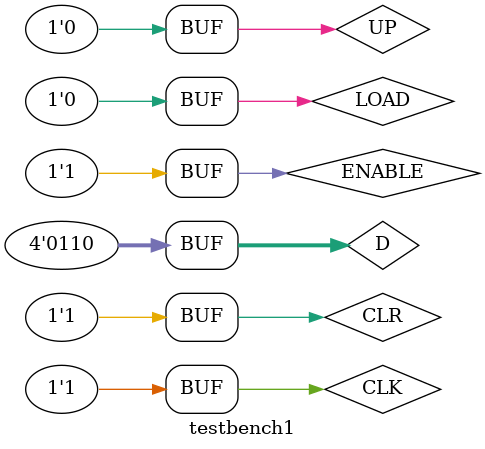
<source format=v>
`timescale 1ns / 1ps


module testbench1;

reg CLK;
reg CLR;
reg ENABLE;
reg LOAD;
reg UP;
reg [3:0] D;
wire [3:0] Q;
wire CO;

BCD1digit uut (
    .D(D),
    .ENABLE(ENABLE),
    .LOAD(LOAD),
    .UP(UP),
    .CLK(CLK),
    .CLR(CLR),
    .Q(Q),
    .CO(CO)
);

// Clock generation
always begin
    CLK = 0;
    #5;
    CLK = 1;
    #5;
end


initial begin
    // Set initial values for inputs
    CLR = 1;
    ENABLE = 1;
    LOAD = 0;
    UP = 1;
    D = 4'b0000;

    #50;

    D = 4'b0110; // Load the counter with 6
    LOAD = 1;    // Assert LOAD

    #20;

    // Deassert LOAD
    LOAD = 0;

    #10;

    ENABLE = 1; //Enable counter

    // Increment counter five times
    UP = 1;
    #10;
    UP = 1;
    #10;
    UP = 1;
    #10;
    UP = 1;
    #10;
    // Decrement counter three times
    UP = 0;
    #10;
    UP = 0;
    #10;
    UP = 0;
    #10;
    // Clear the counter
    CLR = 0; 
    #20;
    // deassert CLR
    CLR = 1;
    #10;
    // $finish;
end

endmodule

</source>
